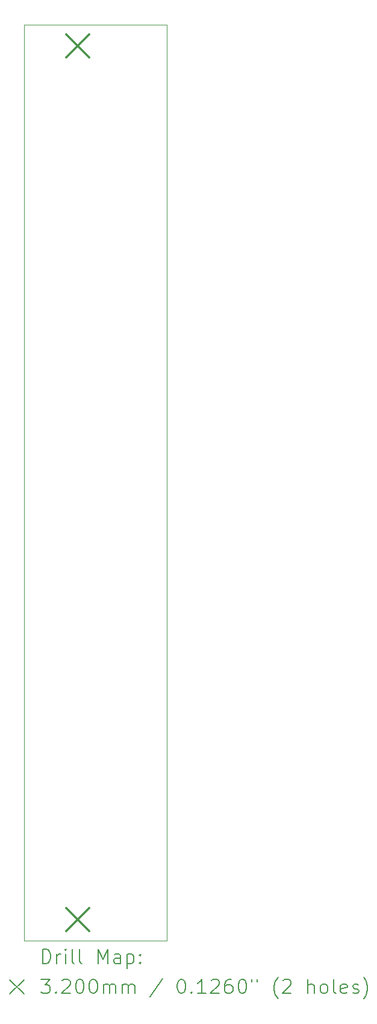
<source format=gbr>
%TF.GenerationSoftware,KiCad,Pcbnew,8.0.2*%
%TF.CreationDate,2024-05-01T23:14:13+02:00*%
%TF.ProjectId,PetRockPanel,50657452-6f63-46b5-9061-6e656c2e6b69,rev?*%
%TF.SameCoordinates,Original*%
%TF.FileFunction,Drillmap*%
%TF.FilePolarity,Positive*%
%FSLAX45Y45*%
G04 Gerber Fmt 4.5, Leading zero omitted, Abs format (unit mm)*
G04 Created by KiCad (PCBNEW 8.0.2) date 2024-05-01 23:14:13*
%MOMM*%
%LPD*%
G01*
G04 APERTURE LIST*
%ADD10C,0.100000*%
%ADD11C,0.200000*%
%ADD12C,0.320000*%
G04 APERTURE END LIST*
D10*
X6620000Y-3735000D02*
X8620000Y-3735000D01*
X8620000Y-16585000D01*
X6620000Y-16585000D01*
X6620000Y-3735000D01*
D11*
D12*
X7210000Y-3875000D02*
X7530000Y-4195000D01*
X7530000Y-3875000D02*
X7210000Y-4195000D01*
X7210000Y-16125000D02*
X7530000Y-16445000D01*
X7530000Y-16125000D02*
X7210000Y-16445000D01*
D11*
X6875777Y-16901484D02*
X6875777Y-16701484D01*
X6875777Y-16701484D02*
X6923396Y-16701484D01*
X6923396Y-16701484D02*
X6951967Y-16711008D01*
X6951967Y-16711008D02*
X6971015Y-16730055D01*
X6971015Y-16730055D02*
X6980539Y-16749103D01*
X6980539Y-16749103D02*
X6990062Y-16787198D01*
X6990062Y-16787198D02*
X6990062Y-16815770D01*
X6990062Y-16815770D02*
X6980539Y-16853865D01*
X6980539Y-16853865D02*
X6971015Y-16872912D01*
X6971015Y-16872912D02*
X6951967Y-16891960D01*
X6951967Y-16891960D02*
X6923396Y-16901484D01*
X6923396Y-16901484D02*
X6875777Y-16901484D01*
X7075777Y-16901484D02*
X7075777Y-16768150D01*
X7075777Y-16806246D02*
X7085301Y-16787198D01*
X7085301Y-16787198D02*
X7094824Y-16777674D01*
X7094824Y-16777674D02*
X7113872Y-16768150D01*
X7113872Y-16768150D02*
X7132920Y-16768150D01*
X7199586Y-16901484D02*
X7199586Y-16768150D01*
X7199586Y-16701484D02*
X7190062Y-16711008D01*
X7190062Y-16711008D02*
X7199586Y-16720531D01*
X7199586Y-16720531D02*
X7209110Y-16711008D01*
X7209110Y-16711008D02*
X7199586Y-16701484D01*
X7199586Y-16701484D02*
X7199586Y-16720531D01*
X7323396Y-16901484D02*
X7304348Y-16891960D01*
X7304348Y-16891960D02*
X7294824Y-16872912D01*
X7294824Y-16872912D02*
X7294824Y-16701484D01*
X7428158Y-16901484D02*
X7409110Y-16891960D01*
X7409110Y-16891960D02*
X7399586Y-16872912D01*
X7399586Y-16872912D02*
X7399586Y-16701484D01*
X7656729Y-16901484D02*
X7656729Y-16701484D01*
X7656729Y-16701484D02*
X7723396Y-16844341D01*
X7723396Y-16844341D02*
X7790062Y-16701484D01*
X7790062Y-16701484D02*
X7790062Y-16901484D01*
X7971015Y-16901484D02*
X7971015Y-16796722D01*
X7971015Y-16796722D02*
X7961491Y-16777674D01*
X7961491Y-16777674D02*
X7942443Y-16768150D01*
X7942443Y-16768150D02*
X7904348Y-16768150D01*
X7904348Y-16768150D02*
X7885301Y-16777674D01*
X7971015Y-16891960D02*
X7951967Y-16901484D01*
X7951967Y-16901484D02*
X7904348Y-16901484D01*
X7904348Y-16901484D02*
X7885301Y-16891960D01*
X7885301Y-16891960D02*
X7875777Y-16872912D01*
X7875777Y-16872912D02*
X7875777Y-16853865D01*
X7875777Y-16853865D02*
X7885301Y-16834817D01*
X7885301Y-16834817D02*
X7904348Y-16825293D01*
X7904348Y-16825293D02*
X7951967Y-16825293D01*
X7951967Y-16825293D02*
X7971015Y-16815770D01*
X8066253Y-16768150D02*
X8066253Y-16968150D01*
X8066253Y-16777674D02*
X8085301Y-16768150D01*
X8085301Y-16768150D02*
X8123396Y-16768150D01*
X8123396Y-16768150D02*
X8142443Y-16777674D01*
X8142443Y-16777674D02*
X8151967Y-16787198D01*
X8151967Y-16787198D02*
X8161491Y-16806246D01*
X8161491Y-16806246D02*
X8161491Y-16863389D01*
X8161491Y-16863389D02*
X8151967Y-16882436D01*
X8151967Y-16882436D02*
X8142443Y-16891960D01*
X8142443Y-16891960D02*
X8123396Y-16901484D01*
X8123396Y-16901484D02*
X8085301Y-16901484D01*
X8085301Y-16901484D02*
X8066253Y-16891960D01*
X8247205Y-16882436D02*
X8256729Y-16891960D01*
X8256729Y-16891960D02*
X8247205Y-16901484D01*
X8247205Y-16901484D02*
X8237682Y-16891960D01*
X8237682Y-16891960D02*
X8247205Y-16882436D01*
X8247205Y-16882436D02*
X8247205Y-16901484D01*
X8247205Y-16777674D02*
X8256729Y-16787198D01*
X8256729Y-16787198D02*
X8247205Y-16796722D01*
X8247205Y-16796722D02*
X8237682Y-16787198D01*
X8237682Y-16787198D02*
X8247205Y-16777674D01*
X8247205Y-16777674D02*
X8247205Y-16796722D01*
X6415000Y-17130000D02*
X6615000Y-17330000D01*
X6615000Y-17130000D02*
X6415000Y-17330000D01*
X6856729Y-17121484D02*
X6980539Y-17121484D01*
X6980539Y-17121484D02*
X6913872Y-17197674D01*
X6913872Y-17197674D02*
X6942443Y-17197674D01*
X6942443Y-17197674D02*
X6961491Y-17207198D01*
X6961491Y-17207198D02*
X6971015Y-17216722D01*
X6971015Y-17216722D02*
X6980539Y-17235770D01*
X6980539Y-17235770D02*
X6980539Y-17283389D01*
X6980539Y-17283389D02*
X6971015Y-17302436D01*
X6971015Y-17302436D02*
X6961491Y-17311960D01*
X6961491Y-17311960D02*
X6942443Y-17321484D01*
X6942443Y-17321484D02*
X6885301Y-17321484D01*
X6885301Y-17321484D02*
X6866253Y-17311960D01*
X6866253Y-17311960D02*
X6856729Y-17302436D01*
X7066253Y-17302436D02*
X7075777Y-17311960D01*
X7075777Y-17311960D02*
X7066253Y-17321484D01*
X7066253Y-17321484D02*
X7056729Y-17311960D01*
X7056729Y-17311960D02*
X7066253Y-17302436D01*
X7066253Y-17302436D02*
X7066253Y-17321484D01*
X7151967Y-17140531D02*
X7161491Y-17131008D01*
X7161491Y-17131008D02*
X7180539Y-17121484D01*
X7180539Y-17121484D02*
X7228158Y-17121484D01*
X7228158Y-17121484D02*
X7247205Y-17131008D01*
X7247205Y-17131008D02*
X7256729Y-17140531D01*
X7256729Y-17140531D02*
X7266253Y-17159579D01*
X7266253Y-17159579D02*
X7266253Y-17178627D01*
X7266253Y-17178627D02*
X7256729Y-17207198D01*
X7256729Y-17207198D02*
X7142443Y-17321484D01*
X7142443Y-17321484D02*
X7266253Y-17321484D01*
X7390062Y-17121484D02*
X7409110Y-17121484D01*
X7409110Y-17121484D02*
X7428158Y-17131008D01*
X7428158Y-17131008D02*
X7437682Y-17140531D01*
X7437682Y-17140531D02*
X7447205Y-17159579D01*
X7447205Y-17159579D02*
X7456729Y-17197674D01*
X7456729Y-17197674D02*
X7456729Y-17245293D01*
X7456729Y-17245293D02*
X7447205Y-17283389D01*
X7447205Y-17283389D02*
X7437682Y-17302436D01*
X7437682Y-17302436D02*
X7428158Y-17311960D01*
X7428158Y-17311960D02*
X7409110Y-17321484D01*
X7409110Y-17321484D02*
X7390062Y-17321484D01*
X7390062Y-17321484D02*
X7371015Y-17311960D01*
X7371015Y-17311960D02*
X7361491Y-17302436D01*
X7361491Y-17302436D02*
X7351967Y-17283389D01*
X7351967Y-17283389D02*
X7342443Y-17245293D01*
X7342443Y-17245293D02*
X7342443Y-17197674D01*
X7342443Y-17197674D02*
X7351967Y-17159579D01*
X7351967Y-17159579D02*
X7361491Y-17140531D01*
X7361491Y-17140531D02*
X7371015Y-17131008D01*
X7371015Y-17131008D02*
X7390062Y-17121484D01*
X7580539Y-17121484D02*
X7599586Y-17121484D01*
X7599586Y-17121484D02*
X7618634Y-17131008D01*
X7618634Y-17131008D02*
X7628158Y-17140531D01*
X7628158Y-17140531D02*
X7637682Y-17159579D01*
X7637682Y-17159579D02*
X7647205Y-17197674D01*
X7647205Y-17197674D02*
X7647205Y-17245293D01*
X7647205Y-17245293D02*
X7637682Y-17283389D01*
X7637682Y-17283389D02*
X7628158Y-17302436D01*
X7628158Y-17302436D02*
X7618634Y-17311960D01*
X7618634Y-17311960D02*
X7599586Y-17321484D01*
X7599586Y-17321484D02*
X7580539Y-17321484D01*
X7580539Y-17321484D02*
X7561491Y-17311960D01*
X7561491Y-17311960D02*
X7551967Y-17302436D01*
X7551967Y-17302436D02*
X7542443Y-17283389D01*
X7542443Y-17283389D02*
X7532920Y-17245293D01*
X7532920Y-17245293D02*
X7532920Y-17197674D01*
X7532920Y-17197674D02*
X7542443Y-17159579D01*
X7542443Y-17159579D02*
X7551967Y-17140531D01*
X7551967Y-17140531D02*
X7561491Y-17131008D01*
X7561491Y-17131008D02*
X7580539Y-17121484D01*
X7732920Y-17321484D02*
X7732920Y-17188150D01*
X7732920Y-17207198D02*
X7742443Y-17197674D01*
X7742443Y-17197674D02*
X7761491Y-17188150D01*
X7761491Y-17188150D02*
X7790063Y-17188150D01*
X7790063Y-17188150D02*
X7809110Y-17197674D01*
X7809110Y-17197674D02*
X7818634Y-17216722D01*
X7818634Y-17216722D02*
X7818634Y-17321484D01*
X7818634Y-17216722D02*
X7828158Y-17197674D01*
X7828158Y-17197674D02*
X7847205Y-17188150D01*
X7847205Y-17188150D02*
X7875777Y-17188150D01*
X7875777Y-17188150D02*
X7894824Y-17197674D01*
X7894824Y-17197674D02*
X7904348Y-17216722D01*
X7904348Y-17216722D02*
X7904348Y-17321484D01*
X7999586Y-17321484D02*
X7999586Y-17188150D01*
X7999586Y-17207198D02*
X8009110Y-17197674D01*
X8009110Y-17197674D02*
X8028158Y-17188150D01*
X8028158Y-17188150D02*
X8056729Y-17188150D01*
X8056729Y-17188150D02*
X8075777Y-17197674D01*
X8075777Y-17197674D02*
X8085301Y-17216722D01*
X8085301Y-17216722D02*
X8085301Y-17321484D01*
X8085301Y-17216722D02*
X8094824Y-17197674D01*
X8094824Y-17197674D02*
X8113872Y-17188150D01*
X8113872Y-17188150D02*
X8142443Y-17188150D01*
X8142443Y-17188150D02*
X8161491Y-17197674D01*
X8161491Y-17197674D02*
X8171015Y-17216722D01*
X8171015Y-17216722D02*
X8171015Y-17321484D01*
X8561491Y-17111960D02*
X8390063Y-17369103D01*
X8818634Y-17121484D02*
X8837682Y-17121484D01*
X8837682Y-17121484D02*
X8856729Y-17131008D01*
X8856729Y-17131008D02*
X8866253Y-17140531D01*
X8866253Y-17140531D02*
X8875777Y-17159579D01*
X8875777Y-17159579D02*
X8885301Y-17197674D01*
X8885301Y-17197674D02*
X8885301Y-17245293D01*
X8885301Y-17245293D02*
X8875777Y-17283389D01*
X8875777Y-17283389D02*
X8866253Y-17302436D01*
X8866253Y-17302436D02*
X8856729Y-17311960D01*
X8856729Y-17311960D02*
X8837682Y-17321484D01*
X8837682Y-17321484D02*
X8818634Y-17321484D01*
X8818634Y-17321484D02*
X8799587Y-17311960D01*
X8799587Y-17311960D02*
X8790063Y-17302436D01*
X8790063Y-17302436D02*
X8780539Y-17283389D01*
X8780539Y-17283389D02*
X8771015Y-17245293D01*
X8771015Y-17245293D02*
X8771015Y-17197674D01*
X8771015Y-17197674D02*
X8780539Y-17159579D01*
X8780539Y-17159579D02*
X8790063Y-17140531D01*
X8790063Y-17140531D02*
X8799587Y-17131008D01*
X8799587Y-17131008D02*
X8818634Y-17121484D01*
X8971015Y-17302436D02*
X8980539Y-17311960D01*
X8980539Y-17311960D02*
X8971015Y-17321484D01*
X8971015Y-17321484D02*
X8961491Y-17311960D01*
X8961491Y-17311960D02*
X8971015Y-17302436D01*
X8971015Y-17302436D02*
X8971015Y-17321484D01*
X9171015Y-17321484D02*
X9056729Y-17321484D01*
X9113872Y-17321484D02*
X9113872Y-17121484D01*
X9113872Y-17121484D02*
X9094825Y-17150055D01*
X9094825Y-17150055D02*
X9075777Y-17169103D01*
X9075777Y-17169103D02*
X9056729Y-17178627D01*
X9247206Y-17140531D02*
X9256729Y-17131008D01*
X9256729Y-17131008D02*
X9275777Y-17121484D01*
X9275777Y-17121484D02*
X9323396Y-17121484D01*
X9323396Y-17121484D02*
X9342444Y-17131008D01*
X9342444Y-17131008D02*
X9351968Y-17140531D01*
X9351968Y-17140531D02*
X9361491Y-17159579D01*
X9361491Y-17159579D02*
X9361491Y-17178627D01*
X9361491Y-17178627D02*
X9351968Y-17207198D01*
X9351968Y-17207198D02*
X9237682Y-17321484D01*
X9237682Y-17321484D02*
X9361491Y-17321484D01*
X9532920Y-17121484D02*
X9494825Y-17121484D01*
X9494825Y-17121484D02*
X9475777Y-17131008D01*
X9475777Y-17131008D02*
X9466253Y-17140531D01*
X9466253Y-17140531D02*
X9447206Y-17169103D01*
X9447206Y-17169103D02*
X9437682Y-17207198D01*
X9437682Y-17207198D02*
X9437682Y-17283389D01*
X9437682Y-17283389D02*
X9447206Y-17302436D01*
X9447206Y-17302436D02*
X9456729Y-17311960D01*
X9456729Y-17311960D02*
X9475777Y-17321484D01*
X9475777Y-17321484D02*
X9513872Y-17321484D01*
X9513872Y-17321484D02*
X9532920Y-17311960D01*
X9532920Y-17311960D02*
X9542444Y-17302436D01*
X9542444Y-17302436D02*
X9551968Y-17283389D01*
X9551968Y-17283389D02*
X9551968Y-17235770D01*
X9551968Y-17235770D02*
X9542444Y-17216722D01*
X9542444Y-17216722D02*
X9532920Y-17207198D01*
X9532920Y-17207198D02*
X9513872Y-17197674D01*
X9513872Y-17197674D02*
X9475777Y-17197674D01*
X9475777Y-17197674D02*
X9456729Y-17207198D01*
X9456729Y-17207198D02*
X9447206Y-17216722D01*
X9447206Y-17216722D02*
X9437682Y-17235770D01*
X9675777Y-17121484D02*
X9694825Y-17121484D01*
X9694825Y-17121484D02*
X9713872Y-17131008D01*
X9713872Y-17131008D02*
X9723396Y-17140531D01*
X9723396Y-17140531D02*
X9732920Y-17159579D01*
X9732920Y-17159579D02*
X9742444Y-17197674D01*
X9742444Y-17197674D02*
X9742444Y-17245293D01*
X9742444Y-17245293D02*
X9732920Y-17283389D01*
X9732920Y-17283389D02*
X9723396Y-17302436D01*
X9723396Y-17302436D02*
X9713872Y-17311960D01*
X9713872Y-17311960D02*
X9694825Y-17321484D01*
X9694825Y-17321484D02*
X9675777Y-17321484D01*
X9675777Y-17321484D02*
X9656729Y-17311960D01*
X9656729Y-17311960D02*
X9647206Y-17302436D01*
X9647206Y-17302436D02*
X9637682Y-17283389D01*
X9637682Y-17283389D02*
X9628158Y-17245293D01*
X9628158Y-17245293D02*
X9628158Y-17197674D01*
X9628158Y-17197674D02*
X9637682Y-17159579D01*
X9637682Y-17159579D02*
X9647206Y-17140531D01*
X9647206Y-17140531D02*
X9656729Y-17131008D01*
X9656729Y-17131008D02*
X9675777Y-17121484D01*
X9818634Y-17121484D02*
X9818634Y-17159579D01*
X9894825Y-17121484D02*
X9894825Y-17159579D01*
X10190063Y-17397674D02*
X10180539Y-17388150D01*
X10180539Y-17388150D02*
X10161491Y-17359579D01*
X10161491Y-17359579D02*
X10151968Y-17340531D01*
X10151968Y-17340531D02*
X10142444Y-17311960D01*
X10142444Y-17311960D02*
X10132920Y-17264341D01*
X10132920Y-17264341D02*
X10132920Y-17226246D01*
X10132920Y-17226246D02*
X10142444Y-17178627D01*
X10142444Y-17178627D02*
X10151968Y-17150055D01*
X10151968Y-17150055D02*
X10161491Y-17131008D01*
X10161491Y-17131008D02*
X10180539Y-17102436D01*
X10180539Y-17102436D02*
X10190063Y-17092912D01*
X10256730Y-17140531D02*
X10266253Y-17131008D01*
X10266253Y-17131008D02*
X10285301Y-17121484D01*
X10285301Y-17121484D02*
X10332920Y-17121484D01*
X10332920Y-17121484D02*
X10351968Y-17131008D01*
X10351968Y-17131008D02*
X10361491Y-17140531D01*
X10361491Y-17140531D02*
X10371015Y-17159579D01*
X10371015Y-17159579D02*
X10371015Y-17178627D01*
X10371015Y-17178627D02*
X10361491Y-17207198D01*
X10361491Y-17207198D02*
X10247206Y-17321484D01*
X10247206Y-17321484D02*
X10371015Y-17321484D01*
X10609111Y-17321484D02*
X10609111Y-17121484D01*
X10694825Y-17321484D02*
X10694825Y-17216722D01*
X10694825Y-17216722D02*
X10685301Y-17197674D01*
X10685301Y-17197674D02*
X10666253Y-17188150D01*
X10666253Y-17188150D02*
X10637682Y-17188150D01*
X10637682Y-17188150D02*
X10618634Y-17197674D01*
X10618634Y-17197674D02*
X10609111Y-17207198D01*
X10818634Y-17321484D02*
X10799587Y-17311960D01*
X10799587Y-17311960D02*
X10790063Y-17302436D01*
X10790063Y-17302436D02*
X10780539Y-17283389D01*
X10780539Y-17283389D02*
X10780539Y-17226246D01*
X10780539Y-17226246D02*
X10790063Y-17207198D01*
X10790063Y-17207198D02*
X10799587Y-17197674D01*
X10799587Y-17197674D02*
X10818634Y-17188150D01*
X10818634Y-17188150D02*
X10847206Y-17188150D01*
X10847206Y-17188150D02*
X10866253Y-17197674D01*
X10866253Y-17197674D02*
X10875777Y-17207198D01*
X10875777Y-17207198D02*
X10885301Y-17226246D01*
X10885301Y-17226246D02*
X10885301Y-17283389D01*
X10885301Y-17283389D02*
X10875777Y-17302436D01*
X10875777Y-17302436D02*
X10866253Y-17311960D01*
X10866253Y-17311960D02*
X10847206Y-17321484D01*
X10847206Y-17321484D02*
X10818634Y-17321484D01*
X10999587Y-17321484D02*
X10980539Y-17311960D01*
X10980539Y-17311960D02*
X10971015Y-17292912D01*
X10971015Y-17292912D02*
X10971015Y-17121484D01*
X11151968Y-17311960D02*
X11132920Y-17321484D01*
X11132920Y-17321484D02*
X11094825Y-17321484D01*
X11094825Y-17321484D02*
X11075777Y-17311960D01*
X11075777Y-17311960D02*
X11066253Y-17292912D01*
X11066253Y-17292912D02*
X11066253Y-17216722D01*
X11066253Y-17216722D02*
X11075777Y-17197674D01*
X11075777Y-17197674D02*
X11094825Y-17188150D01*
X11094825Y-17188150D02*
X11132920Y-17188150D01*
X11132920Y-17188150D02*
X11151968Y-17197674D01*
X11151968Y-17197674D02*
X11161492Y-17216722D01*
X11161492Y-17216722D02*
X11161492Y-17235770D01*
X11161492Y-17235770D02*
X11066253Y-17254817D01*
X11237682Y-17311960D02*
X11256730Y-17321484D01*
X11256730Y-17321484D02*
X11294825Y-17321484D01*
X11294825Y-17321484D02*
X11313872Y-17311960D01*
X11313872Y-17311960D02*
X11323396Y-17292912D01*
X11323396Y-17292912D02*
X11323396Y-17283389D01*
X11323396Y-17283389D02*
X11313872Y-17264341D01*
X11313872Y-17264341D02*
X11294825Y-17254817D01*
X11294825Y-17254817D02*
X11266253Y-17254817D01*
X11266253Y-17254817D02*
X11247206Y-17245293D01*
X11247206Y-17245293D02*
X11237682Y-17226246D01*
X11237682Y-17226246D02*
X11237682Y-17216722D01*
X11237682Y-17216722D02*
X11247206Y-17197674D01*
X11247206Y-17197674D02*
X11266253Y-17188150D01*
X11266253Y-17188150D02*
X11294825Y-17188150D01*
X11294825Y-17188150D02*
X11313872Y-17197674D01*
X11390063Y-17397674D02*
X11399587Y-17388150D01*
X11399587Y-17388150D02*
X11418634Y-17359579D01*
X11418634Y-17359579D02*
X11428158Y-17340531D01*
X11428158Y-17340531D02*
X11437682Y-17311960D01*
X11437682Y-17311960D02*
X11447206Y-17264341D01*
X11447206Y-17264341D02*
X11447206Y-17226246D01*
X11447206Y-17226246D02*
X11437682Y-17178627D01*
X11437682Y-17178627D02*
X11428158Y-17150055D01*
X11428158Y-17150055D02*
X11418634Y-17131008D01*
X11418634Y-17131008D02*
X11399587Y-17102436D01*
X11399587Y-17102436D02*
X11390063Y-17092912D01*
M02*

</source>
